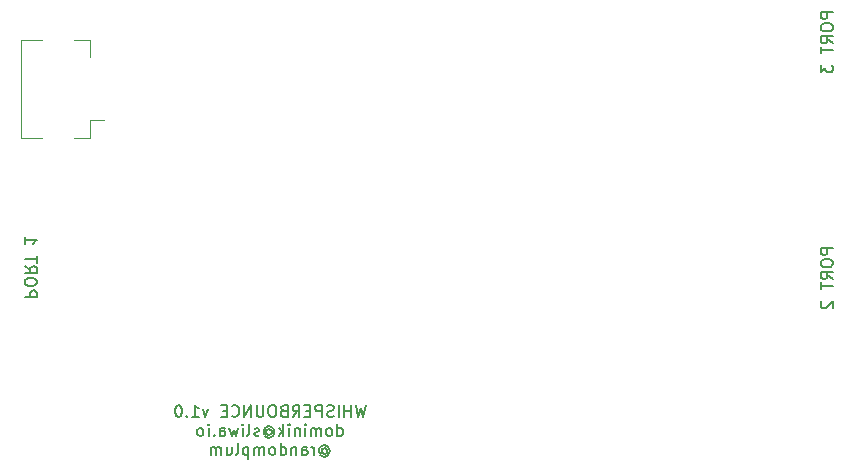
<source format=gbr>
G04 #@! TF.GenerationSoftware,KiCad,Pcbnew,5.99.0-unknown-r23941-4f651901*
G04 #@! TF.CreationDate,2020-11-30T00:39:54+01:00*
G04 #@! TF.ProjectId,whisperbounce,77686973-7065-4726-926f-756e63652e6b,rev?*
G04 #@! TF.SameCoordinates,Original*
G04 #@! TF.FileFunction,Legend,Bot*
G04 #@! TF.FilePolarity,Positive*
%FSLAX46Y46*%
G04 Gerber Fmt 4.6, Leading zero omitted, Abs format (unit mm)*
G04 Created by KiCad (PCBNEW 5.99.0-unknown-r23941-4f651901) date 2020-11-30 00:39:54*
%MOMM*%
%LPD*%
G01*
G04 APERTURE LIST*
%ADD10C,0.150000*%
%ADD11C,0.120000*%
G04 APERTURE END LIST*
D10*
X179122380Y-80766190D02*
X178122380Y-80766190D01*
X178122380Y-81147142D01*
X178170000Y-81242380D01*
X178217619Y-81290000D01*
X178312857Y-81337619D01*
X178455714Y-81337619D01*
X178550952Y-81290000D01*
X178598571Y-81242380D01*
X178646190Y-81147142D01*
X178646190Y-80766190D01*
X178122380Y-81956666D02*
X178122380Y-82147142D01*
X178170000Y-82242380D01*
X178265238Y-82337619D01*
X178455714Y-82385238D01*
X178789047Y-82385238D01*
X178979523Y-82337619D01*
X179074761Y-82242380D01*
X179122380Y-82147142D01*
X179122380Y-81956666D01*
X179074761Y-81861428D01*
X178979523Y-81766190D01*
X178789047Y-81718571D01*
X178455714Y-81718571D01*
X178265238Y-81766190D01*
X178170000Y-81861428D01*
X178122380Y-81956666D01*
X179122380Y-83385238D02*
X178646190Y-83051904D01*
X179122380Y-82813809D02*
X178122380Y-82813809D01*
X178122380Y-83194761D01*
X178170000Y-83290000D01*
X178217619Y-83337619D01*
X178312857Y-83385238D01*
X178455714Y-83385238D01*
X178550952Y-83337619D01*
X178598571Y-83290000D01*
X178646190Y-83194761D01*
X178646190Y-82813809D01*
X178122380Y-83670952D02*
X178122380Y-84242380D01*
X179122380Y-83956666D02*
X178122380Y-83956666D01*
X178217619Y-85290000D02*
X178170000Y-85337619D01*
X178122380Y-85432857D01*
X178122380Y-85670952D01*
X178170000Y-85766190D01*
X178217619Y-85813809D01*
X178312857Y-85861428D01*
X178408095Y-85861428D01*
X178550952Y-85813809D01*
X179122380Y-85242380D01*
X179122380Y-85861428D01*
X179122380Y-60806190D02*
X178122380Y-60806190D01*
X178122380Y-61187142D01*
X178170000Y-61282380D01*
X178217619Y-61330000D01*
X178312857Y-61377619D01*
X178455714Y-61377619D01*
X178550952Y-61330000D01*
X178598571Y-61282380D01*
X178646190Y-61187142D01*
X178646190Y-60806190D01*
X178122380Y-61996666D02*
X178122380Y-62187142D01*
X178170000Y-62282380D01*
X178265238Y-62377619D01*
X178455714Y-62425238D01*
X178789047Y-62425238D01*
X178979523Y-62377619D01*
X179074761Y-62282380D01*
X179122380Y-62187142D01*
X179122380Y-61996666D01*
X179074761Y-61901428D01*
X178979523Y-61806190D01*
X178789047Y-61758571D01*
X178455714Y-61758571D01*
X178265238Y-61806190D01*
X178170000Y-61901428D01*
X178122380Y-61996666D01*
X179122380Y-63425238D02*
X178646190Y-63091904D01*
X179122380Y-62853809D02*
X178122380Y-62853809D01*
X178122380Y-63234761D01*
X178170000Y-63330000D01*
X178217619Y-63377619D01*
X178312857Y-63425238D01*
X178455714Y-63425238D01*
X178550952Y-63377619D01*
X178598571Y-63330000D01*
X178646190Y-63234761D01*
X178646190Y-62853809D01*
X178122380Y-63710952D02*
X178122380Y-64282380D01*
X179122380Y-63996666D02*
X178122380Y-63996666D01*
X178122380Y-65282380D02*
X178122380Y-65901428D01*
X178503333Y-65568095D01*
X178503333Y-65710952D01*
X178550952Y-65806190D01*
X178598571Y-65853809D01*
X178693809Y-65901428D01*
X178931904Y-65901428D01*
X179027142Y-65853809D01*
X179074761Y-65806190D01*
X179122380Y-65710952D01*
X179122380Y-65425238D01*
X179074761Y-65330000D01*
X179027142Y-65282380D01*
X139585238Y-94072380D02*
X139347142Y-95072380D01*
X139156666Y-94358095D01*
X138966190Y-95072380D01*
X138728095Y-94072380D01*
X138347142Y-95072380D02*
X138347142Y-94072380D01*
X138347142Y-94548571D02*
X137775714Y-94548571D01*
X137775714Y-95072380D02*
X137775714Y-94072380D01*
X137299523Y-95072380D02*
X137299523Y-94072380D01*
X136870952Y-95024761D02*
X136728095Y-95072380D01*
X136490000Y-95072380D01*
X136394761Y-95024761D01*
X136347142Y-94977142D01*
X136299523Y-94881904D01*
X136299523Y-94786666D01*
X136347142Y-94691428D01*
X136394761Y-94643809D01*
X136490000Y-94596190D01*
X136680476Y-94548571D01*
X136775714Y-94500952D01*
X136823333Y-94453333D01*
X136870952Y-94358095D01*
X136870952Y-94262857D01*
X136823333Y-94167619D01*
X136775714Y-94120000D01*
X136680476Y-94072380D01*
X136442380Y-94072380D01*
X136299523Y-94120000D01*
X135870952Y-95072380D02*
X135870952Y-94072380D01*
X135490000Y-94072380D01*
X135394761Y-94120000D01*
X135347142Y-94167619D01*
X135299523Y-94262857D01*
X135299523Y-94405714D01*
X135347142Y-94500952D01*
X135394761Y-94548571D01*
X135490000Y-94596190D01*
X135870952Y-94596190D01*
X134870952Y-94548571D02*
X134537619Y-94548571D01*
X134394761Y-95072380D02*
X134870952Y-95072380D01*
X134870952Y-94072380D01*
X134394761Y-94072380D01*
X133394761Y-95072380D02*
X133728095Y-94596190D01*
X133966190Y-95072380D02*
X133966190Y-94072380D01*
X133585238Y-94072380D01*
X133490000Y-94120000D01*
X133442380Y-94167619D01*
X133394761Y-94262857D01*
X133394761Y-94405714D01*
X133442380Y-94500952D01*
X133490000Y-94548571D01*
X133585238Y-94596190D01*
X133966190Y-94596190D01*
X132632857Y-94548571D02*
X132490000Y-94596190D01*
X132442380Y-94643809D01*
X132394761Y-94739047D01*
X132394761Y-94881904D01*
X132442380Y-94977142D01*
X132490000Y-95024761D01*
X132585238Y-95072380D01*
X132966190Y-95072380D01*
X132966190Y-94072380D01*
X132632857Y-94072380D01*
X132537619Y-94120000D01*
X132490000Y-94167619D01*
X132442380Y-94262857D01*
X132442380Y-94358095D01*
X132490000Y-94453333D01*
X132537619Y-94500952D01*
X132632857Y-94548571D01*
X132966190Y-94548571D01*
X131775714Y-94072380D02*
X131585238Y-94072380D01*
X131490000Y-94120000D01*
X131394761Y-94215238D01*
X131347142Y-94405714D01*
X131347142Y-94739047D01*
X131394761Y-94929523D01*
X131490000Y-95024761D01*
X131585238Y-95072380D01*
X131775714Y-95072380D01*
X131870952Y-95024761D01*
X131966190Y-94929523D01*
X132013809Y-94739047D01*
X132013809Y-94405714D01*
X131966190Y-94215238D01*
X131870952Y-94120000D01*
X131775714Y-94072380D01*
X130918571Y-94072380D02*
X130918571Y-94881904D01*
X130870952Y-94977142D01*
X130823333Y-95024761D01*
X130728095Y-95072380D01*
X130537619Y-95072380D01*
X130442380Y-95024761D01*
X130394761Y-94977142D01*
X130347142Y-94881904D01*
X130347142Y-94072380D01*
X129870952Y-95072380D02*
X129870952Y-94072380D01*
X129299523Y-95072380D01*
X129299523Y-94072380D01*
X128251904Y-94977142D02*
X128299523Y-95024761D01*
X128442380Y-95072380D01*
X128537619Y-95072380D01*
X128680476Y-95024761D01*
X128775714Y-94929523D01*
X128823333Y-94834285D01*
X128870952Y-94643809D01*
X128870952Y-94500952D01*
X128823333Y-94310476D01*
X128775714Y-94215238D01*
X128680476Y-94120000D01*
X128537619Y-94072380D01*
X128442380Y-94072380D01*
X128299523Y-94120000D01*
X128251904Y-94167619D01*
X127823333Y-94548571D02*
X127490000Y-94548571D01*
X127347142Y-95072380D02*
X127823333Y-95072380D01*
X127823333Y-94072380D01*
X127347142Y-94072380D01*
X126251904Y-94405714D02*
X126013809Y-95072380D01*
X125775714Y-94405714D01*
X124870952Y-95072380D02*
X125442380Y-95072380D01*
X125156666Y-95072380D02*
X125156666Y-94072380D01*
X125251904Y-94215238D01*
X125347142Y-94310476D01*
X125442380Y-94358095D01*
X124442380Y-94977142D02*
X124394761Y-95024761D01*
X124442380Y-95072380D01*
X124490000Y-95024761D01*
X124442380Y-94977142D01*
X124442380Y-95072380D01*
X123775714Y-94072380D02*
X123680476Y-94072380D01*
X123585238Y-94120000D01*
X123537619Y-94167619D01*
X123490000Y-94262857D01*
X123442380Y-94453333D01*
X123442380Y-94691428D01*
X123490000Y-94881904D01*
X123537619Y-94977142D01*
X123585238Y-95024761D01*
X123680476Y-95072380D01*
X123775714Y-95072380D01*
X123870952Y-95024761D01*
X123918571Y-94977142D01*
X123966190Y-94881904D01*
X124013809Y-94691428D01*
X124013809Y-94453333D01*
X123966190Y-94262857D01*
X123918571Y-94167619D01*
X123870952Y-94120000D01*
X123775714Y-94072380D01*
X137180476Y-96682380D02*
X137180476Y-95682380D01*
X137180476Y-96634761D02*
X137275714Y-96682380D01*
X137466190Y-96682380D01*
X137561428Y-96634761D01*
X137609047Y-96587142D01*
X137656666Y-96491904D01*
X137656666Y-96206190D01*
X137609047Y-96110952D01*
X137561428Y-96063333D01*
X137466190Y-96015714D01*
X137275714Y-96015714D01*
X137180476Y-96063333D01*
X136561428Y-96682380D02*
X136656666Y-96634761D01*
X136704285Y-96587142D01*
X136751904Y-96491904D01*
X136751904Y-96206190D01*
X136704285Y-96110952D01*
X136656666Y-96063333D01*
X136561428Y-96015714D01*
X136418571Y-96015714D01*
X136323333Y-96063333D01*
X136275714Y-96110952D01*
X136228095Y-96206190D01*
X136228095Y-96491904D01*
X136275714Y-96587142D01*
X136323333Y-96634761D01*
X136418571Y-96682380D01*
X136561428Y-96682380D01*
X135799523Y-96682380D02*
X135799523Y-96015714D01*
X135799523Y-96110952D02*
X135751904Y-96063333D01*
X135656666Y-96015714D01*
X135513809Y-96015714D01*
X135418571Y-96063333D01*
X135370952Y-96158571D01*
X135370952Y-96682380D01*
X135370952Y-96158571D02*
X135323333Y-96063333D01*
X135228095Y-96015714D01*
X135085238Y-96015714D01*
X134990000Y-96063333D01*
X134942380Y-96158571D01*
X134942380Y-96682380D01*
X134466190Y-96682380D02*
X134466190Y-96015714D01*
X134466190Y-95682380D02*
X134513809Y-95730000D01*
X134466190Y-95777619D01*
X134418571Y-95730000D01*
X134466190Y-95682380D01*
X134466190Y-95777619D01*
X133990000Y-96015714D02*
X133990000Y-96682380D01*
X133990000Y-96110952D02*
X133942380Y-96063333D01*
X133847142Y-96015714D01*
X133704285Y-96015714D01*
X133609047Y-96063333D01*
X133561428Y-96158571D01*
X133561428Y-96682380D01*
X133085238Y-96682380D02*
X133085238Y-96015714D01*
X133085238Y-95682380D02*
X133132857Y-95730000D01*
X133085238Y-95777619D01*
X133037619Y-95730000D01*
X133085238Y-95682380D01*
X133085238Y-95777619D01*
X132609047Y-96682380D02*
X132609047Y-95682380D01*
X132513809Y-96301428D02*
X132228095Y-96682380D01*
X132228095Y-96015714D02*
X132609047Y-96396666D01*
X131180476Y-96206190D02*
X131228095Y-96158571D01*
X131323333Y-96110952D01*
X131418571Y-96110952D01*
X131513809Y-96158571D01*
X131561428Y-96206190D01*
X131609047Y-96301428D01*
X131609047Y-96396666D01*
X131561428Y-96491904D01*
X131513809Y-96539523D01*
X131418571Y-96587142D01*
X131323333Y-96587142D01*
X131228095Y-96539523D01*
X131180476Y-96491904D01*
X131180476Y-96110952D02*
X131180476Y-96491904D01*
X131132857Y-96539523D01*
X131085238Y-96539523D01*
X130990000Y-96491904D01*
X130942380Y-96396666D01*
X130942380Y-96158571D01*
X131037619Y-96015714D01*
X131180476Y-95920476D01*
X131370952Y-95872857D01*
X131561428Y-95920476D01*
X131704285Y-96015714D01*
X131799523Y-96158571D01*
X131847142Y-96349047D01*
X131799523Y-96539523D01*
X131704285Y-96682380D01*
X131561428Y-96777619D01*
X131370952Y-96825238D01*
X131180476Y-96777619D01*
X131037619Y-96682380D01*
X130561428Y-96634761D02*
X130466190Y-96682380D01*
X130275714Y-96682380D01*
X130180476Y-96634761D01*
X130132857Y-96539523D01*
X130132857Y-96491904D01*
X130180476Y-96396666D01*
X130275714Y-96349047D01*
X130418571Y-96349047D01*
X130513809Y-96301428D01*
X130561428Y-96206190D01*
X130561428Y-96158571D01*
X130513809Y-96063333D01*
X130418571Y-96015714D01*
X130275714Y-96015714D01*
X130180476Y-96063333D01*
X129561428Y-96682380D02*
X129656666Y-96634761D01*
X129704285Y-96539523D01*
X129704285Y-95682380D01*
X129180476Y-96682380D02*
X129180476Y-96015714D01*
X129180476Y-95682380D02*
X129228095Y-95730000D01*
X129180476Y-95777619D01*
X129132857Y-95730000D01*
X129180476Y-95682380D01*
X129180476Y-95777619D01*
X128799523Y-96015714D02*
X128609047Y-96682380D01*
X128418571Y-96206190D01*
X128228095Y-96682380D01*
X128037619Y-96015714D01*
X127228095Y-96682380D02*
X127228095Y-96158571D01*
X127275714Y-96063333D01*
X127370952Y-96015714D01*
X127561428Y-96015714D01*
X127656666Y-96063333D01*
X127228095Y-96634761D02*
X127323333Y-96682380D01*
X127561428Y-96682380D01*
X127656666Y-96634761D01*
X127704285Y-96539523D01*
X127704285Y-96444285D01*
X127656666Y-96349047D01*
X127561428Y-96301428D01*
X127323333Y-96301428D01*
X127228095Y-96253809D01*
X126751904Y-96587142D02*
X126704285Y-96634761D01*
X126751904Y-96682380D01*
X126799523Y-96634761D01*
X126751904Y-96587142D01*
X126751904Y-96682380D01*
X126275714Y-96682380D02*
X126275714Y-96015714D01*
X126275714Y-95682380D02*
X126323333Y-95730000D01*
X126275714Y-95777619D01*
X126228095Y-95730000D01*
X126275714Y-95682380D01*
X126275714Y-95777619D01*
X125656666Y-96682380D02*
X125751904Y-96634761D01*
X125799523Y-96587142D01*
X125847142Y-96491904D01*
X125847142Y-96206190D01*
X125799523Y-96110952D01*
X125751904Y-96063333D01*
X125656666Y-96015714D01*
X125513809Y-96015714D01*
X125418571Y-96063333D01*
X125370952Y-96110952D01*
X125323333Y-96206190D01*
X125323333Y-96491904D01*
X125370952Y-96587142D01*
X125418571Y-96634761D01*
X125513809Y-96682380D01*
X125656666Y-96682380D01*
X135894761Y-97816190D02*
X135942380Y-97768571D01*
X136037619Y-97720952D01*
X136132857Y-97720952D01*
X136228095Y-97768571D01*
X136275714Y-97816190D01*
X136323333Y-97911428D01*
X136323333Y-98006666D01*
X136275714Y-98101904D01*
X136228095Y-98149523D01*
X136132857Y-98197142D01*
X136037619Y-98197142D01*
X135942380Y-98149523D01*
X135894761Y-98101904D01*
X135894761Y-97720952D02*
X135894761Y-98101904D01*
X135847142Y-98149523D01*
X135799523Y-98149523D01*
X135704285Y-98101904D01*
X135656666Y-98006666D01*
X135656666Y-97768571D01*
X135751904Y-97625714D01*
X135894761Y-97530476D01*
X136085238Y-97482857D01*
X136275714Y-97530476D01*
X136418571Y-97625714D01*
X136513809Y-97768571D01*
X136561428Y-97959047D01*
X136513809Y-98149523D01*
X136418571Y-98292380D01*
X136275714Y-98387619D01*
X136085238Y-98435238D01*
X135894761Y-98387619D01*
X135751904Y-98292380D01*
X135228095Y-98292380D02*
X135228095Y-97625714D01*
X135228095Y-97816190D02*
X135180476Y-97720952D01*
X135132857Y-97673333D01*
X135037619Y-97625714D01*
X134942380Y-97625714D01*
X134180476Y-98292380D02*
X134180476Y-97768571D01*
X134228095Y-97673333D01*
X134323333Y-97625714D01*
X134513809Y-97625714D01*
X134609047Y-97673333D01*
X134180476Y-98244761D02*
X134275714Y-98292380D01*
X134513809Y-98292380D01*
X134609047Y-98244761D01*
X134656666Y-98149523D01*
X134656666Y-98054285D01*
X134609047Y-97959047D01*
X134513809Y-97911428D01*
X134275714Y-97911428D01*
X134180476Y-97863809D01*
X133704285Y-97625714D02*
X133704285Y-98292380D01*
X133704285Y-97720952D02*
X133656666Y-97673333D01*
X133561428Y-97625714D01*
X133418571Y-97625714D01*
X133323333Y-97673333D01*
X133275714Y-97768571D01*
X133275714Y-98292380D01*
X132370952Y-98292380D02*
X132370952Y-97292380D01*
X132370952Y-98244761D02*
X132466190Y-98292380D01*
X132656666Y-98292380D01*
X132751904Y-98244761D01*
X132799523Y-98197142D01*
X132847142Y-98101904D01*
X132847142Y-97816190D01*
X132799523Y-97720952D01*
X132751904Y-97673333D01*
X132656666Y-97625714D01*
X132466190Y-97625714D01*
X132370952Y-97673333D01*
X131751904Y-98292380D02*
X131847142Y-98244761D01*
X131894761Y-98197142D01*
X131942380Y-98101904D01*
X131942380Y-97816190D01*
X131894761Y-97720952D01*
X131847142Y-97673333D01*
X131751904Y-97625714D01*
X131609047Y-97625714D01*
X131513809Y-97673333D01*
X131466190Y-97720952D01*
X131418571Y-97816190D01*
X131418571Y-98101904D01*
X131466190Y-98197142D01*
X131513809Y-98244761D01*
X131609047Y-98292380D01*
X131751904Y-98292380D01*
X130990000Y-98292380D02*
X130990000Y-97625714D01*
X130990000Y-97720952D02*
X130942380Y-97673333D01*
X130847142Y-97625714D01*
X130704285Y-97625714D01*
X130609047Y-97673333D01*
X130561428Y-97768571D01*
X130561428Y-98292380D01*
X130561428Y-97768571D02*
X130513809Y-97673333D01*
X130418571Y-97625714D01*
X130275714Y-97625714D01*
X130180476Y-97673333D01*
X130132857Y-97768571D01*
X130132857Y-98292380D01*
X129656666Y-97625714D02*
X129656666Y-98625714D01*
X129656666Y-97673333D02*
X129561428Y-97625714D01*
X129370952Y-97625714D01*
X129275714Y-97673333D01*
X129228095Y-97720952D01*
X129180476Y-97816190D01*
X129180476Y-98101904D01*
X129228095Y-98197142D01*
X129275714Y-98244761D01*
X129370952Y-98292380D01*
X129561428Y-98292380D01*
X129656666Y-98244761D01*
X128609047Y-98292380D02*
X128704285Y-98244761D01*
X128751904Y-98149523D01*
X128751904Y-97292380D01*
X127799523Y-97625714D02*
X127799523Y-98292380D01*
X128228095Y-97625714D02*
X128228095Y-98149523D01*
X128180476Y-98244761D01*
X128085238Y-98292380D01*
X127942380Y-98292380D01*
X127847142Y-98244761D01*
X127799523Y-98197142D01*
X127323333Y-98292380D02*
X127323333Y-97625714D01*
X127323333Y-97720952D02*
X127275714Y-97673333D01*
X127180476Y-97625714D01*
X127037619Y-97625714D01*
X126942380Y-97673333D01*
X126894761Y-97768571D01*
X126894761Y-98292380D01*
X126894761Y-97768571D02*
X126847142Y-97673333D01*
X126751904Y-97625714D01*
X126609047Y-97625714D01*
X126513809Y-97673333D01*
X126466190Y-97768571D01*
X126466190Y-98292380D01*
X110717619Y-84933809D02*
X111717619Y-84933809D01*
X111717619Y-84552857D01*
X111670000Y-84457619D01*
X111622380Y-84410000D01*
X111527142Y-84362380D01*
X111384285Y-84362380D01*
X111289047Y-84410000D01*
X111241428Y-84457619D01*
X111193809Y-84552857D01*
X111193809Y-84933809D01*
X111717619Y-83743333D02*
X111717619Y-83552857D01*
X111670000Y-83457619D01*
X111574761Y-83362380D01*
X111384285Y-83314761D01*
X111050952Y-83314761D01*
X110860476Y-83362380D01*
X110765238Y-83457619D01*
X110717619Y-83552857D01*
X110717619Y-83743333D01*
X110765238Y-83838571D01*
X110860476Y-83933809D01*
X111050952Y-83981428D01*
X111384285Y-83981428D01*
X111574761Y-83933809D01*
X111670000Y-83838571D01*
X111717619Y-83743333D01*
X110717619Y-82314761D02*
X111193809Y-82648095D01*
X110717619Y-82886190D02*
X111717619Y-82886190D01*
X111717619Y-82505238D01*
X111670000Y-82410000D01*
X111622380Y-82362380D01*
X111527142Y-82314761D01*
X111384285Y-82314761D01*
X111289047Y-82362380D01*
X111241428Y-82410000D01*
X111193809Y-82505238D01*
X111193809Y-82886190D01*
X111717619Y-82029047D02*
X111717619Y-81457619D01*
X110717619Y-81743333D02*
X111717619Y-81743333D01*
X110717619Y-79838571D02*
X110717619Y-80410000D01*
X110717619Y-80124285D02*
X111717619Y-80124285D01*
X111574761Y-80219523D01*
X111479523Y-80314761D01*
X111431904Y-80410000D01*
D11*
G04 #@! TO.C,J2*
X116200000Y-69960000D02*
X116200000Y-71450000D01*
X116200000Y-69960000D02*
X117400000Y-69960000D01*
X110400000Y-63150000D02*
X112140000Y-63150000D01*
X110400000Y-71450000D02*
X110400000Y-63150000D01*
X112140000Y-71450000D02*
X110400000Y-71450000D01*
X116200000Y-71450000D02*
X114860000Y-71450000D01*
X116200000Y-64640000D02*
X116200000Y-63150000D01*
X116200000Y-63150000D02*
X114860000Y-63150000D01*
G04 #@! TD*
M02*

</source>
